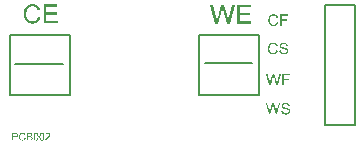
<source format=gbr>
%TF.GenerationSoftware,Altium Limited,Altium Designer,21.2.2 (38)*%
G04 Layer_Color=65535*
%FSLAX45Y45*%
%MOMM*%
%TF.SameCoordinates,B99934B0-A272-4072-8E61-E06CCB3B2E9A*%
%TF.FilePolarity,Positive*%
%TF.FileFunction,Legend,Top*%
%TF.Part,Single*%
G01*
G75*
%TA.AperFunction,NonConductor*%
%ADD14C,0.20000*%
G36*
X228162Y176106D02*
X228994Y176014D01*
X230011Y175921D01*
X231028Y175829D01*
X232230Y175551D01*
X234726Y174997D01*
X237500Y174164D01*
X238886Y173610D01*
X240181Y172963D01*
X241475Y172130D01*
X242770Y171298D01*
X242862Y171206D01*
X243047Y171113D01*
X243417Y170836D01*
X243879Y170374D01*
X244341Y169912D01*
X244989Y169264D01*
X245636Y168525D01*
X246375Y167785D01*
X247115Y166860D01*
X247855Y165751D01*
X248687Y164642D01*
X249426Y163440D01*
X250074Y162053D01*
X250813Y160666D01*
X251368Y159187D01*
X251923Y157522D01*
X243602Y155581D01*
Y155673D01*
X243509Y155858D01*
X243324Y156228D01*
X243139Y156690D01*
X242955Y157245D01*
X242677Y157985D01*
X241938Y159464D01*
X241013Y161128D01*
X239904Y162792D01*
X238517Y164364D01*
X237037Y165751D01*
X236852Y165936D01*
X236298Y166306D01*
X235373Y166768D01*
X234171Y167415D01*
X232599Y167970D01*
X230843Y168525D01*
X228716Y168895D01*
X226405Y168987D01*
X225665D01*
X225203Y168895D01*
X224556D01*
X223816Y168802D01*
X222059Y168525D01*
X220118Y168155D01*
X218084Y167508D01*
X215957Y166583D01*
X214016Y165381D01*
X213923D01*
X213831Y165196D01*
X213184Y164734D01*
X212352Y163994D01*
X211335Y162885D01*
X210133Y161498D01*
X209023Y159926D01*
X208006Y157985D01*
X207082Y155858D01*
Y155766D01*
X206989Y155581D01*
X206897Y155303D01*
X206804Y154841D01*
X206619Y154286D01*
X206434Y153639D01*
X206157Y152068D01*
X205787Y150218D01*
X205417Y148184D01*
X205233Y145965D01*
X205140Y143562D01*
Y143469D01*
Y143192D01*
Y142729D01*
Y142175D01*
X205233Y141528D01*
Y140695D01*
X205325Y139771D01*
X205417Y138754D01*
X205695Y136535D01*
X206157Y134131D01*
X206712Y131727D01*
X207451Y129323D01*
Y129231D01*
X207544Y129046D01*
X207729Y128769D01*
X207914Y128306D01*
X208468Y127197D01*
X209301Y125902D01*
X210318Y124423D01*
X211612Y122851D01*
X213091Y121465D01*
X214848Y120170D01*
X214940D01*
X215125Y120078D01*
X215403Y119893D01*
X215772Y119708D01*
X216235Y119523D01*
X216790Y119246D01*
X218084Y118691D01*
X219748Y118136D01*
X221597Y117674D01*
X223631Y117304D01*
X225758Y117212D01*
X226405D01*
X226960Y117304D01*
X227607D01*
X228254Y117397D01*
X229918Y117766D01*
X231860Y118229D01*
X233801Y118968D01*
X235835Y119985D01*
X236852Y120540D01*
X237777Y121280D01*
X237869Y121372D01*
X237962Y121465D01*
X238239Y121742D01*
X238609Y122019D01*
X238979Y122482D01*
X239441Y123036D01*
X239996Y123591D01*
X240458Y124331D01*
X241013Y125163D01*
X241660Y126087D01*
X242215Y127012D01*
X242770Y128121D01*
X243232Y129323D01*
X243694Y130618D01*
X244156Y132005D01*
X244526Y133484D01*
X253032Y131357D01*
Y131265D01*
X252940Y130895D01*
X252755Y130340D01*
X252478Y129601D01*
X252200Y128769D01*
X251830Y127752D01*
X251368Y126642D01*
X250813Y125440D01*
X249519Y122851D01*
X247855Y120263D01*
X246838Y118968D01*
X245821Y117674D01*
X244711Y116564D01*
X243417Y115455D01*
X243324Y115362D01*
X243139Y115178D01*
X242677Y114993D01*
X242215Y114623D01*
X241475Y114161D01*
X240736Y113698D01*
X239719Y113236D01*
X238702Y112774D01*
X237500Y112219D01*
X236205Y111757D01*
X234818Y111294D01*
X233339Y110832D01*
X231767Y110462D01*
X230103Y110277D01*
X228347Y110092D01*
X226497Y110000D01*
X225480D01*
X224741Y110092D01*
X223909D01*
X222892Y110185D01*
X221782Y110370D01*
X220488Y110555D01*
X217807Y111017D01*
X215033Y111757D01*
X212259Y112774D01*
X210965Y113421D01*
X209670Y114161D01*
X209578Y114253D01*
X209393Y114345D01*
X209023Y114623D01*
X208653Y114993D01*
X208099Y115362D01*
X207451Y115917D01*
X206712Y116564D01*
X205972Y117304D01*
X205233Y118136D01*
X204400Y118968D01*
X202736Y121095D01*
X201164Y123591D01*
X199778Y126365D01*
Y126457D01*
X199593Y126735D01*
X199500Y127197D01*
X199223Y127752D01*
X199038Y128491D01*
X198761Y129416D01*
X198391Y130433D01*
X198113Y131542D01*
X197836Y132744D01*
X197466Y134131D01*
X197004Y136997D01*
X196634Y140233D01*
X196449Y143562D01*
Y143654D01*
Y144024D01*
Y144579D01*
X196542Y145226D01*
Y146150D01*
X196634Y147075D01*
X196727Y148277D01*
X196911Y149479D01*
X197374Y152160D01*
X198021Y155119D01*
X198946Y158077D01*
X200240Y160943D01*
X200332Y161036D01*
X200425Y161313D01*
X200610Y161683D01*
X200980Y162145D01*
X201349Y162792D01*
X201812Y163532D01*
X203014Y165196D01*
X204585Y167045D01*
X206434Y168895D01*
X208561Y170744D01*
X211057Y172315D01*
X211150Y172408D01*
X211427Y172500D01*
X211797Y172685D01*
X212259Y172963D01*
X212999Y173240D01*
X213738Y173517D01*
X214663Y173887D01*
X215680Y174257D01*
X216790Y174627D01*
X217991Y174997D01*
X220580Y175551D01*
X223539Y176014D01*
X226590Y176199D01*
X227514D01*
X228162Y176106D01*
D02*
G37*
G36*
X442105Y175274D02*
X442844Y175182D01*
X443769Y175089D01*
X444786Y174904D01*
X445803Y174719D01*
X448207Y174072D01*
X450611Y173147D01*
X451813Y172593D01*
X453015Y171946D01*
X454124Y171113D01*
X455141Y170189D01*
X455234Y170096D01*
X455418Y170004D01*
X455603Y169634D01*
X455973Y169264D01*
X456435Y168802D01*
X456898Y168155D01*
X457360Y167508D01*
X457915Y166676D01*
X458839Y164919D01*
X459764Y162700D01*
X460134Y161590D01*
X460319Y160296D01*
X460504Y159002D01*
X460596Y157615D01*
Y157430D01*
Y156968D01*
X460504Y156228D01*
X460411Y155211D01*
X460226Y154102D01*
X459856Y152807D01*
X459487Y151420D01*
X458932Y150033D01*
X458839Y149849D01*
X458654Y149386D01*
X458285Y148647D01*
X457730Y147630D01*
X456990Y146520D01*
X456066Y145133D01*
X454956Y143746D01*
X453662Y142175D01*
X453477Y141990D01*
X453015Y141435D01*
X452552Y140973D01*
X452090Y140511D01*
X451535Y139956D01*
X450796Y139216D01*
X450056Y138476D01*
X449131Y137644D01*
X448207Y136720D01*
X447097Y135703D01*
X445895Y134686D01*
X444601Y133484D01*
X443122Y132282D01*
X441643Y130988D01*
X441550Y130895D01*
X441365Y130710D01*
X440995Y130433D01*
X440533Y130063D01*
X439978Y129508D01*
X439331Y128954D01*
X437852Y127752D01*
X436280Y126365D01*
X434801Y124978D01*
X433506Y123776D01*
X432952Y123314D01*
X432489Y122851D01*
X432397Y122759D01*
X432120Y122482D01*
X431750Y122112D01*
X431287Y121557D01*
X430825Y120910D01*
X430270Y120263D01*
X429161Y118691D01*
X460688D01*
Y111110D01*
X418251D01*
Y111202D01*
Y111572D01*
Y112127D01*
X418344Y112866D01*
X418436Y113698D01*
X418621Y114623D01*
X418806Y115547D01*
X419176Y116564D01*
Y116657D01*
X419268Y116749D01*
X419453Y117304D01*
X419823Y118136D01*
X420378Y119246D01*
X421117Y120540D01*
X422042Y122019D01*
X423059Y123499D01*
X424353Y125070D01*
Y125163D01*
X424538Y125255D01*
X425000Y125810D01*
X425833Y126642D01*
X427034Y127844D01*
X428421Y129231D01*
X430178Y130895D01*
X432304Y132744D01*
X434616Y134686D01*
X434708Y134778D01*
X435078Y135056D01*
X435633Y135518D01*
X436280Y136073D01*
X437112Y136812D01*
X438129Y137644D01*
X439146Y138569D01*
X440348Y139586D01*
X442660Y141805D01*
X444971Y144024D01*
X446080Y145133D01*
X447097Y146243D01*
X448022Y147260D01*
X448762Y148277D01*
Y148369D01*
X448947Y148462D01*
X449131Y148739D01*
X449316Y149109D01*
X449964Y150126D01*
X450703Y151328D01*
X451350Y152807D01*
X451998Y154379D01*
X452367Y156136D01*
X452552Y157800D01*
Y157892D01*
Y157985D01*
X452460Y158539D01*
X452367Y159464D01*
X452090Y160481D01*
X451720Y161775D01*
X451073Y163070D01*
X450241Y164364D01*
X449131Y165659D01*
X448947Y165843D01*
X448484Y166213D01*
X447837Y166676D01*
X446820Y167323D01*
X445526Y167877D01*
X444046Y168432D01*
X442290Y168802D01*
X440348Y168895D01*
X439793D01*
X439424Y168802D01*
X438314Y168710D01*
X437020Y168432D01*
X435633Y168062D01*
X434061Y167415D01*
X432582Y166583D01*
X431195Y165474D01*
X431010Y165289D01*
X430640Y164826D01*
X430085Y164087D01*
X429531Y162977D01*
X428884Y161683D01*
X428329Y160019D01*
X427959Y158170D01*
X427774Y156043D01*
X419730Y156875D01*
Y156968D01*
X419823Y157245D01*
Y157707D01*
X419915Y158355D01*
X420100Y159094D01*
X420285Y159926D01*
X420563Y160943D01*
X420840Y161960D01*
X421580Y164179D01*
X422689Y166398D01*
X423336Y167508D01*
X424168Y168617D01*
X425000Y169634D01*
X425925Y170559D01*
X426017Y170651D01*
X426202Y170744D01*
X426480Y171021D01*
X426942Y171298D01*
X427497Y171668D01*
X428144Y172038D01*
X428884Y172500D01*
X429808Y172963D01*
X430825Y173425D01*
X431935Y173887D01*
X433137Y174257D01*
X434431Y174627D01*
X435818Y174904D01*
X437297Y175182D01*
X438869Y175274D01*
X440533Y175366D01*
X441458D01*
X442105Y175274D01*
D02*
G37*
G36*
X288905Y174997D02*
X289645D01*
X291309Y174812D01*
X293158Y174627D01*
X295100Y174257D01*
X297041Y173795D01*
X298798Y173147D01*
X298890D01*
X298983Y173055D01*
X299538Y172778D01*
X300370Y172315D01*
X301294Y171668D01*
X302404Y170836D01*
X303606Y169819D01*
X304715Y168525D01*
X305732Y167138D01*
X305825Y166953D01*
X306102Y166398D01*
X306564Y165659D01*
X307027Y164549D01*
X307489Y163255D01*
X307951Y161868D01*
X308228Y160296D01*
X308321Y158724D01*
Y158539D01*
Y158077D01*
X308228Y157245D01*
X308044Y156228D01*
X307766Y155026D01*
X307304Y153732D01*
X306749Y152437D01*
X306010Y151050D01*
X305917Y150866D01*
X305640Y150496D01*
X305085Y149756D01*
X304345Y149016D01*
X303421Y148092D01*
X302311Y147075D01*
X300924Y146150D01*
X299353Y145226D01*
X299445D01*
X299630Y145133D01*
X299907Y145041D01*
X300277Y144856D01*
X301387Y144486D01*
X302681Y143839D01*
X304068Y143007D01*
X305640Y141990D01*
X307027Y140788D01*
X308321Y139309D01*
X308413Y139124D01*
X308783Y138569D01*
X309338Y137737D01*
X309893Y136627D01*
X310447Y135148D01*
X311002Y133576D01*
X311372Y131727D01*
X311464Y129693D01*
Y129601D01*
Y129508D01*
Y128954D01*
X311372Y128029D01*
X311187Y126919D01*
X311002Y125625D01*
X310632Y124238D01*
X310170Y122759D01*
X309523Y121280D01*
X309430Y121095D01*
X309153Y120632D01*
X308783Y119985D01*
X308228Y119061D01*
X307489Y118136D01*
X306749Y117119D01*
X305825Y116102D01*
X304808Y115270D01*
X304715Y115178D01*
X304345Y114900D01*
X303698Y114530D01*
X302866Y114161D01*
X301849Y113606D01*
X300647Y113051D01*
X299353Y112589D01*
X297781Y112127D01*
X297596D01*
X297041Y111942D01*
X296117Y111849D01*
X294915Y111664D01*
X293436Y111479D01*
X291679Y111294D01*
X289737Y111202D01*
X287518Y111110D01*
X263110D01*
Y175089D01*
X288258D01*
X288905Y174997D01*
D02*
G37*
G36*
X166956D02*
X168527Y174904D01*
X170192Y174812D01*
X171763Y174627D01*
X173150Y174442D01*
X173335D01*
X173982Y174257D01*
X174814Y174072D01*
X175924Y173795D01*
X177126Y173332D01*
X178420Y172778D01*
X179807Y172130D01*
X181009Y171391D01*
X181194Y171298D01*
X181564Y171021D01*
X182119Y170466D01*
X182858Y169819D01*
X183690Y168987D01*
X184522Y167877D01*
X185447Y166676D01*
X186187Y165289D01*
X186279Y165104D01*
X186464Y164642D01*
X186834Y163809D01*
X187204Y162700D01*
X187481Y161406D01*
X187851Y159926D01*
X188036Y158262D01*
X188128Y156505D01*
Y156413D01*
Y156136D01*
Y155766D01*
X188036Y155119D01*
X187943Y154471D01*
X187851Y153639D01*
X187666Y152715D01*
X187481Y151698D01*
X186834Y149571D01*
X186464Y148462D01*
X185909Y147260D01*
X185262Y146058D01*
X184615Y144948D01*
X183783Y143839D01*
X182858Y142729D01*
X182766Y142637D01*
X182581Y142452D01*
X182303Y142175D01*
X181841Y141897D01*
X181286Y141435D01*
X180547Y140973D01*
X179622Y140418D01*
X178605Y139956D01*
X177403Y139401D01*
X176016Y138846D01*
X174537Y138384D01*
X172780Y138014D01*
X170931Y137644D01*
X168897Y137367D01*
X166586Y137182D01*
X164182Y137090D01*
X147817D01*
Y111110D01*
X139311D01*
Y175089D01*
X165569D01*
X166956Y174997D01*
D02*
G37*
G36*
X392363Y175274D02*
X393565Y175089D01*
X394952Y174812D01*
X396432Y174442D01*
X398003Y173980D01*
X399483Y173240D01*
X399575D01*
X399667Y173147D01*
X400130Y172870D01*
X400869Y172408D01*
X401794Y171761D01*
X402811Y170836D01*
X403920Y169819D01*
X404937Y168617D01*
X405954Y167230D01*
X406047Y167045D01*
X406417Y166583D01*
X406787Y165751D01*
X407434Y164549D01*
X407989Y163162D01*
X408728Y161590D01*
X409375Y159741D01*
X409930Y157707D01*
Y157615D01*
X410023Y157430D01*
X410115Y157153D01*
X410207Y156690D01*
X410300Y156136D01*
X410392Y155488D01*
X410577Y154656D01*
X410670Y153732D01*
X410855Y152715D01*
X410947Y151605D01*
X411040Y150311D01*
X411224Y149016D01*
X411317Y147537D01*
Y146058D01*
X411409Y144394D01*
Y142637D01*
Y142545D01*
Y142175D01*
Y141528D01*
Y140788D01*
X411317Y139771D01*
Y138661D01*
X411224Y137459D01*
X411132Y136165D01*
X410855Y133206D01*
X410392Y130155D01*
X409838Y127197D01*
X409468Y125810D01*
X409006Y124423D01*
Y124331D01*
X408913Y124146D01*
X408728Y123776D01*
X408543Y123314D01*
X408358Y122667D01*
X407989Y122019D01*
X407249Y120448D01*
X406324Y118783D01*
X405122Y116934D01*
X403736Y115270D01*
X402071Y113698D01*
X401979D01*
X401886Y113513D01*
X401609Y113328D01*
X401239Y113144D01*
X400777Y112866D01*
X400315Y112496D01*
X398928Y111849D01*
X397264Y111202D01*
X395322Y110555D01*
X393011Y110185D01*
X390514Y110000D01*
X389590D01*
X388943Y110092D01*
X388203Y110185D01*
X387278Y110370D01*
X386261Y110555D01*
X385152Y110832D01*
X384042Y111202D01*
X382840Y111572D01*
X381639Y112127D01*
X380437Y112774D01*
X379235Y113513D01*
X378033Y114438D01*
X376923Y115455D01*
X375906Y116564D01*
X375814Y116657D01*
X375629Y116934D01*
X375352Y117397D01*
X374889Y118136D01*
X374427Y118968D01*
X373965Y120078D01*
X373318Y121372D01*
X372763Y122851D01*
X372208Y124516D01*
X371653Y126457D01*
X371099Y128584D01*
X370636Y130988D01*
X370174Y133576D01*
X369897Y136350D01*
X369712Y139401D01*
X369619Y142637D01*
Y142729D01*
Y143099D01*
Y143746D01*
Y144486D01*
X369712Y145503D01*
Y146613D01*
X369804Y147815D01*
X369897Y149201D01*
X370174Y152068D01*
X370636Y155119D01*
X371191Y158170D01*
X371561Y159556D01*
X371931Y160943D01*
Y161036D01*
X372023Y161221D01*
X372208Y161590D01*
X372393Y162053D01*
X372578Y162700D01*
X372948Y163347D01*
X373687Y164919D01*
X374612Y166583D01*
X375814Y168340D01*
X377201Y170096D01*
X378865Y171576D01*
X378957D01*
X379050Y171761D01*
X379327Y171946D01*
X379697Y172130D01*
X380159Y172500D01*
X380714Y172778D01*
X382101Y173517D01*
X383765Y174164D01*
X385707Y174812D01*
X388018Y175182D01*
X390514Y175366D01*
X391346D01*
X392363Y175274D01*
D02*
G37*
G36*
X342622D02*
X343824Y175089D01*
X345211Y174812D01*
X346690Y174442D01*
X348262Y173980D01*
X349741Y173240D01*
X349834D01*
X349926Y173147D01*
X350388Y172870D01*
X351128Y172408D01*
X352053Y171761D01*
X353070Y170836D01*
X354179Y169819D01*
X355196Y168617D01*
X356213Y167230D01*
X356306Y167045D01*
X356675Y166583D01*
X357045Y165751D01*
X357692Y164549D01*
X358247Y163162D01*
X358987Y161590D01*
X359634Y159741D01*
X360189Y157707D01*
Y157615D01*
X360281Y157430D01*
X360374Y157153D01*
X360466Y156690D01*
X360559Y156136D01*
X360651Y155488D01*
X360836Y154656D01*
X360928Y153732D01*
X361113Y152715D01*
X361206Y151605D01*
X361298Y150311D01*
X361483Y149016D01*
X361576Y147537D01*
Y146058D01*
X361668Y144394D01*
Y142637D01*
Y142545D01*
Y142175D01*
Y141528D01*
Y140788D01*
X361576Y139771D01*
Y138661D01*
X361483Y137459D01*
X361391Y136165D01*
X361113Y133206D01*
X360651Y130155D01*
X360096Y127197D01*
X359726Y125810D01*
X359264Y124423D01*
Y124331D01*
X359172Y124146D01*
X358987Y123776D01*
X358802Y123314D01*
X358617Y122667D01*
X358247Y122019D01*
X357508Y120448D01*
X356583Y118783D01*
X355381Y116934D01*
X353994Y115270D01*
X352330Y113698D01*
X352238D01*
X352145Y113513D01*
X351868Y113328D01*
X351498Y113144D01*
X351036Y112866D01*
X350573Y112496D01*
X349187Y111849D01*
X347522Y111202D01*
X345581Y110555D01*
X343269Y110185D01*
X340773Y110000D01*
X339848D01*
X339201Y110092D01*
X338462Y110185D01*
X337537Y110370D01*
X336520Y110555D01*
X335411Y110832D01*
X334301Y111202D01*
X333099Y111572D01*
X331897Y112127D01*
X330695Y112774D01*
X329493Y113513D01*
X328291Y114438D01*
X327182Y115455D01*
X326165Y116564D01*
X326072Y116657D01*
X325888Y116934D01*
X325610Y117397D01*
X325148Y118136D01*
X324686Y118968D01*
X324223Y120078D01*
X323576Y121372D01*
X323021Y122851D01*
X322467Y124516D01*
X321912Y126457D01*
X321357Y128584D01*
X320895Y130988D01*
X320433Y133576D01*
X320155Y136350D01*
X319970Y139401D01*
X319878Y142637D01*
Y142729D01*
Y143099D01*
Y143746D01*
Y144486D01*
X319970Y145503D01*
Y146613D01*
X320063Y147815D01*
X320155Y149201D01*
X320433Y152068D01*
X320895Y155119D01*
X321450Y158170D01*
X321820Y159556D01*
X322189Y160943D01*
Y161036D01*
X322282Y161221D01*
X322467Y161590D01*
X322652Y162053D01*
X322837Y162700D01*
X323206Y163347D01*
X323946Y164919D01*
X324871Y166583D01*
X326072Y168340D01*
X327459Y170096D01*
X329124Y171576D01*
X329216D01*
X329308Y171761D01*
X329586Y171946D01*
X329956Y172130D01*
X330418Y172500D01*
X330973Y172778D01*
X332360Y173517D01*
X334024Y174164D01*
X335965Y174812D01*
X338277Y175182D01*
X340773Y175366D01*
X341605D01*
X342622Y175274D01*
D02*
G37*
G36*
X2354566Y1179159D02*
X2355814Y1179021D01*
X2357340Y1178882D01*
X2358865Y1178743D01*
X2360668Y1178327D01*
X2364413Y1177495D01*
X2368573Y1176247D01*
X2370654Y1175415D01*
X2372595Y1174444D01*
X2374537Y1173196D01*
X2376478Y1171948D01*
X2376617Y1171809D01*
X2376894Y1171670D01*
X2377449Y1171254D01*
X2378143Y1170561D01*
X2378836Y1169867D01*
X2379807Y1168897D01*
X2380778Y1167787D01*
X2381887Y1166678D01*
X2382997Y1165291D01*
X2384106Y1163627D01*
X2385354Y1161962D01*
X2386464Y1160159D01*
X2387434Y1158079D01*
X2388544Y1155999D01*
X2389376Y1153780D01*
X2390208Y1151284D01*
X2377727Y1148371D01*
Y1148510D01*
X2377588Y1148787D01*
X2377310Y1149342D01*
X2377033Y1150036D01*
X2376756Y1150868D01*
X2376340Y1151977D01*
X2375230Y1154196D01*
X2373843Y1156692D01*
X2372179Y1159189D01*
X2370099Y1161546D01*
X2367880Y1163627D01*
X2367603Y1163904D01*
X2366770Y1164459D01*
X2365384Y1165152D01*
X2363581Y1166123D01*
X2361223Y1166955D01*
X2358588Y1167787D01*
X2355398Y1168342D01*
X2351931Y1168481D01*
X2350822D01*
X2350128Y1168342D01*
X2349158D01*
X2348048Y1168203D01*
X2345413Y1167787D01*
X2342501Y1167232D01*
X2339450Y1166262D01*
X2336260Y1164875D01*
X2333348Y1163072D01*
X2333209D01*
X2333070Y1162794D01*
X2332099Y1162101D01*
X2330851Y1160992D01*
X2329326Y1159327D01*
X2327523Y1157247D01*
X2325859Y1154889D01*
X2324333Y1151977D01*
X2322946Y1148787D01*
Y1148649D01*
X2322808Y1148371D01*
X2322669Y1147955D01*
X2322530Y1147262D01*
X2322253Y1146430D01*
X2321976Y1145459D01*
X2321559Y1143101D01*
X2321005Y1140328D01*
X2320450Y1137277D01*
X2320173Y1133948D01*
X2320034Y1130342D01*
Y1130204D01*
Y1129788D01*
Y1129094D01*
Y1128262D01*
X2320173Y1127291D01*
Y1126043D01*
X2320311Y1124656D01*
X2320450Y1123131D01*
X2320866Y1119802D01*
X2321559Y1116197D01*
X2322392Y1112591D01*
X2323501Y1108985D01*
Y1108846D01*
X2323640Y1108569D01*
X2323917Y1108153D01*
X2324194Y1107460D01*
X2325027Y1105795D01*
X2326275Y1103854D01*
X2327800Y1101635D01*
X2329742Y1099277D01*
X2331961Y1097197D01*
X2334596Y1095255D01*
X2334734D01*
X2335012Y1095117D01*
X2335428Y1094839D01*
X2335983Y1094562D01*
X2336676Y1094285D01*
X2337508Y1093869D01*
X2339450Y1093036D01*
X2341946Y1092204D01*
X2344720Y1091511D01*
X2347771Y1090956D01*
X2350961Y1090817D01*
X2351931D01*
X2352763Y1090956D01*
X2353734D01*
X2354705Y1091095D01*
X2357201Y1091650D01*
X2360114Y1092343D01*
X2363026Y1093452D01*
X2366077Y1094978D01*
X2367603Y1095810D01*
X2368989Y1096920D01*
X2369128Y1097058D01*
X2369267Y1097197D01*
X2369683Y1097613D01*
X2370238Y1098029D01*
X2370792Y1098722D01*
X2371486Y1099555D01*
X2372318Y1100387D01*
X2373011Y1101496D01*
X2373843Y1102744D01*
X2374814Y1104131D01*
X2375646Y1105518D01*
X2376478Y1107182D01*
X2377172Y1108985D01*
X2377865Y1110927D01*
X2378559Y1113007D01*
X2379113Y1115226D01*
X2391872Y1112036D01*
Y1111897D01*
X2391734Y1111343D01*
X2391456Y1110511D01*
X2391040Y1109401D01*
X2390624Y1108153D01*
X2390069Y1106627D01*
X2389376Y1104963D01*
X2388544Y1103160D01*
X2386602Y1099277D01*
X2384106Y1095394D01*
X2382580Y1093452D01*
X2381055Y1091511D01*
X2379391Y1089847D01*
X2377449Y1088182D01*
X2377310Y1088044D01*
X2377033Y1087766D01*
X2376340Y1087489D01*
X2375646Y1086934D01*
X2374537Y1086241D01*
X2373427Y1085547D01*
X2371902Y1084854D01*
X2370376Y1084161D01*
X2368573Y1083329D01*
X2366632Y1082635D01*
X2364552Y1081942D01*
X2362333Y1081248D01*
X2359975Y1080694D01*
X2357479Y1080416D01*
X2354844Y1080139D01*
X2352070Y1080000D01*
X2350544D01*
X2349435Y1080139D01*
X2348187D01*
X2346661Y1080277D01*
X2344997Y1080555D01*
X2343056Y1080832D01*
X2339034Y1081526D01*
X2334873Y1082635D01*
X2330713Y1084161D01*
X2328771Y1085131D01*
X2326829Y1086241D01*
X2326691Y1086380D01*
X2326413Y1086518D01*
X2325859Y1086934D01*
X2325304Y1087489D01*
X2324472Y1088044D01*
X2323501Y1088876D01*
X2322392Y1089847D01*
X2321282Y1090956D01*
X2320173Y1092204D01*
X2318924Y1093452D01*
X2316428Y1096642D01*
X2314071Y1100387D01*
X2311990Y1104547D01*
Y1104686D01*
X2311713Y1105102D01*
X2311574Y1105795D01*
X2311158Y1106627D01*
X2310881Y1107737D01*
X2310465Y1109124D01*
X2309910Y1110649D01*
X2309494Y1112313D01*
X2309078Y1114116D01*
X2308523Y1116197D01*
X2307830Y1120496D01*
X2307275Y1125350D01*
X2306998Y1130342D01*
Y1130481D01*
Y1131036D01*
Y1131868D01*
X2307136Y1132839D01*
Y1134226D01*
X2307275Y1135612D01*
X2307414Y1137415D01*
X2307691Y1139218D01*
X2308385Y1143240D01*
X2309355Y1147678D01*
X2310742Y1152116D01*
X2312684Y1156415D01*
X2312822Y1156554D01*
X2312961Y1156970D01*
X2313238Y1157524D01*
X2313793Y1158218D01*
X2314348Y1159189D01*
X2315041Y1160298D01*
X2316844Y1162794D01*
X2319202Y1165568D01*
X2321976Y1168342D01*
X2325165Y1171116D01*
X2328910Y1173473D01*
X2329048Y1173612D01*
X2329464Y1173751D01*
X2330019Y1174028D01*
X2330713Y1174444D01*
X2331822Y1174860D01*
X2332932Y1175276D01*
X2334318Y1175831D01*
X2335844Y1176386D01*
X2337508Y1176940D01*
X2339311Y1177495D01*
X2343194Y1178327D01*
X2347632Y1179021D01*
X2352209Y1179298D01*
X2353595D01*
X2354566Y1179159D01*
D02*
G37*
G36*
X2473002Y1166262D02*
X2420857D01*
Y1136583D01*
X2465930D01*
Y1125211D01*
X2420857D01*
Y1081664D01*
X2408098D01*
Y1177634D01*
X2473002D01*
Y1166262D01*
D02*
G37*
G36*
X2440065Y939159D02*
X2441036D01*
X2443671Y938882D01*
X2446583Y938466D01*
X2449634Y937772D01*
X2452963Y936940D01*
X2456014Y935831D01*
X2456152D01*
X2456430Y935692D01*
X2456846Y935415D01*
X2457400Y935137D01*
X2458787Y934444D01*
X2460590Y933196D01*
X2462670Y931809D01*
X2464751Y930006D01*
X2466692Y927926D01*
X2468495Y925568D01*
Y925429D01*
X2468634Y925291D01*
X2468911Y924875D01*
X2469189Y924459D01*
X2469882Y923072D01*
X2470714Y921269D01*
X2471685Y919050D01*
X2472378Y916415D01*
X2473072Y913641D01*
X2473349Y910590D01*
X2461145Y909619D01*
Y909758D01*
Y910036D01*
X2461006Y910452D01*
X2460868Y911145D01*
X2460452Y912671D01*
X2459897Y914751D01*
X2459065Y916970D01*
X2457817Y919189D01*
X2456291Y921269D01*
X2454349Y923210D01*
X2454072Y923349D01*
X2453379Y923904D01*
X2451992Y924736D01*
X2450189Y925568D01*
X2447831Y926400D01*
X2445058Y927232D01*
X2441590Y927787D01*
X2437707Y927926D01*
X2435766D01*
X2434934Y927787D01*
X2433824Y927648D01*
X2431328Y927371D01*
X2428554Y926816D01*
X2425781Y926123D01*
X2423146Y925013D01*
X2422036Y924320D01*
X2420927Y923627D01*
X2420649Y923488D01*
X2420094Y922933D01*
X2419262Y921962D01*
X2418430Y920853D01*
X2417459Y919327D01*
X2416627Y917663D01*
X2416073Y915722D01*
X2415795Y913503D01*
Y913225D01*
Y912671D01*
X2415934Y911700D01*
X2416211Y910590D01*
X2416627Y909203D01*
X2417321Y907817D01*
X2418153Y906430D01*
X2419401Y905043D01*
X2419540Y904904D01*
X2420233Y904488D01*
X2420788Y904072D01*
X2421343Y903795D01*
X2422175Y903379D01*
X2423146Y902824D01*
X2424394Y902408D01*
X2425781Y901853D01*
X2427306Y901298D01*
X2429109Y900605D01*
X2431051Y900050D01*
X2433269Y899357D01*
X2435766Y898802D01*
X2438539Y898109D01*
X2438678D01*
X2439233Y897970D01*
X2440065Y897831D01*
X2441036Y897554D01*
X2442284Y897277D01*
X2443809Y896861D01*
X2445335Y896444D01*
X2446999Y896028D01*
X2450605Y895058D01*
X2454072Y894087D01*
X2455736Y893532D01*
X2457262Y892977D01*
X2458649Y892561D01*
X2459758Y892007D01*
X2459897D01*
X2460174Y891868D01*
X2460590Y891591D01*
X2461145Y891313D01*
X2462670Y890481D01*
X2464473Y889372D01*
X2466554Y887846D01*
X2468634Y886182D01*
X2470575Y884240D01*
X2472240Y882160D01*
X2472378Y881883D01*
X2472933Y881189D01*
X2473488Y879941D01*
X2474320Y878277D01*
X2475013Y876335D01*
X2475707Y873978D01*
X2476123Y871343D01*
X2476261Y868569D01*
Y868430D01*
Y868292D01*
Y867876D01*
Y867321D01*
X2475984Y865795D01*
X2475707Y863854D01*
X2475152Y861635D01*
X2474459Y859277D01*
X2473349Y856781D01*
X2471824Y854146D01*
Y854007D01*
X2471685Y853868D01*
X2470992Y853036D01*
X2470021Y851788D01*
X2468634Y850401D01*
X2466831Y848737D01*
X2464612Y846934D01*
X2462116Y845270D01*
X2459203Y843745D01*
X2459065D01*
X2458787Y843606D01*
X2458371Y843467D01*
X2457817Y843190D01*
X2456984Y842912D01*
X2456014Y842496D01*
X2453795Y841942D01*
X2451160Y841248D01*
X2447970Y840555D01*
X2444503Y840139D01*
X2440758Y840000D01*
X2438539D01*
X2437430Y840139D01*
X2436182D01*
X2434795Y840277D01*
X2433131Y840416D01*
X2429664Y840971D01*
X2426058Y841526D01*
X2422452Y842496D01*
X2418985Y843745D01*
X2418846D01*
X2418569Y843883D01*
X2418153Y844161D01*
X2417598Y844438D01*
X2415934Y845270D01*
X2413992Y846518D01*
X2411773Y848182D01*
X2409416Y850124D01*
X2407197Y852482D01*
X2405117Y855117D01*
Y855255D01*
X2404839Y855533D01*
X2404701Y855949D01*
X2404284Y856503D01*
X2404007Y857197D01*
X2403591Y858029D01*
X2402620Y860109D01*
X2401650Y862744D01*
X2400817Y865657D01*
X2400263Y868985D01*
X2399985Y872452D01*
X2411912Y873562D01*
Y873423D01*
Y873284D01*
X2412051Y872868D01*
Y872313D01*
X2412328Y871065D01*
X2412744Y869262D01*
X2413299Y867460D01*
X2413854Y865379D01*
X2414824Y863438D01*
X2415795Y861635D01*
X2415934Y861496D01*
X2416350Y860941D01*
X2417043Y859971D01*
X2418153Y859000D01*
X2419540Y857752D01*
X2421065Y856503D01*
X2423146Y855255D01*
X2425364Y854146D01*
X2425503D01*
X2425642Y854007D01*
X2426058Y853868D01*
X2426474Y853730D01*
X2427861Y853314D01*
X2429664Y852759D01*
X2431883Y852204D01*
X2434379Y851788D01*
X2437153Y851511D01*
X2440204Y851372D01*
X2441452D01*
X2442839Y851511D01*
X2444503Y851650D01*
X2446444Y851927D01*
X2448663Y852204D01*
X2450882Y852759D01*
X2452963Y853452D01*
X2453240Y853591D01*
X2453933Y853868D01*
X2454904Y854423D01*
X2456152Y854978D01*
X2457400Y855949D01*
X2458787Y856920D01*
X2460174Y858029D01*
X2461284Y859416D01*
X2461422Y859555D01*
X2461700Y860109D01*
X2462116Y860803D01*
X2462670Y861912D01*
X2463225Y863022D01*
X2463641Y864408D01*
X2463919Y865934D01*
X2464057Y867598D01*
Y867737D01*
Y868430D01*
X2463919Y869262D01*
X2463780Y870372D01*
X2463364Y871481D01*
X2462948Y872868D01*
X2462254Y874255D01*
X2461284Y875503D01*
X2461145Y875642D01*
X2460729Y876058D01*
X2460174Y876613D01*
X2459203Y877445D01*
X2458094Y878277D01*
X2456568Y879248D01*
X2454765Y880218D01*
X2452685Y881051D01*
X2452547Y881189D01*
X2451853Y881328D01*
X2450744Y881744D01*
X2450050Y881883D01*
X2449079Y882160D01*
X2448109Y882576D01*
X2446860Y882853D01*
X2445474Y883270D01*
X2443809Y883686D01*
X2442145Y884102D01*
X2440204Y884656D01*
X2437985Y885211D01*
X2435627Y885766D01*
X2435488D01*
X2435072Y885905D01*
X2434379Y886043D01*
X2433547Y886321D01*
X2432437Y886598D01*
X2431189Y886875D01*
X2428416Y887707D01*
X2425364Y888678D01*
X2422175Y889649D01*
X2419401Y890620D01*
X2418153Y891174D01*
X2417043Y891729D01*
X2416905D01*
X2416766Y891868D01*
X2415934Y892423D01*
X2414686Y893116D01*
X2413299Y894226D01*
X2411635Y895474D01*
X2409971Y896999D01*
X2408306Y898802D01*
X2406919Y900744D01*
X2406781Y901021D01*
X2406365Y901714D01*
X2405810Y902824D01*
X2405255Y904211D01*
X2404701Y906014D01*
X2404146Y908094D01*
X2403730Y910313D01*
X2403591Y912671D01*
Y912809D01*
Y912948D01*
Y913364D01*
Y913919D01*
X2403868Y915306D01*
X2404146Y917108D01*
X2404562Y919189D01*
X2405255Y921546D01*
X2406226Y923904D01*
X2407613Y926262D01*
Y926400D01*
X2407752Y926539D01*
X2408445Y927371D01*
X2409416Y928480D01*
X2410664Y929867D01*
X2412328Y931393D01*
X2414408Y933057D01*
X2416905Y934583D01*
X2419678Y935969D01*
X2419817D01*
X2420094Y936108D01*
X2420511Y936247D01*
X2421065Y936524D01*
X2421759Y936802D01*
X2422729Y937079D01*
X2424810Y937634D01*
X2427445Y938188D01*
X2430496Y938743D01*
X2433686Y939159D01*
X2437291Y939298D01*
X2439094D01*
X2440065Y939159D01*
D02*
G37*
G36*
X2351307D02*
X2352555Y939020D01*
X2354081Y938882D01*
X2355606Y938743D01*
X2357409Y938327D01*
X2361154Y937495D01*
X2365314Y936247D01*
X2367395Y935415D01*
X2369336Y934444D01*
X2371278Y933196D01*
X2373219Y931948D01*
X2373358Y931809D01*
X2373635Y931670D01*
X2374190Y931254D01*
X2374883Y930561D01*
X2375577Y929867D01*
X2376548Y928897D01*
X2377518Y927787D01*
X2378628Y926678D01*
X2379737Y925291D01*
X2380847Y923627D01*
X2382095Y921962D01*
X2383205Y920159D01*
X2384175Y918079D01*
X2385285Y915999D01*
X2386117Y913780D01*
X2386949Y911284D01*
X2374467Y908371D01*
Y908510D01*
X2374329Y908787D01*
X2374051Y909342D01*
X2373774Y910036D01*
X2373497Y910868D01*
X2373081Y911977D01*
X2371971Y914196D01*
X2370584Y916692D01*
X2368920Y919189D01*
X2366840Y921546D01*
X2364621Y923627D01*
X2364344Y923904D01*
X2363511Y924459D01*
X2362125Y925152D01*
X2360322Y926123D01*
X2357964Y926955D01*
X2355329Y927787D01*
X2352139Y928342D01*
X2348672Y928480D01*
X2347563D01*
X2346869Y928342D01*
X2345899D01*
X2344789Y928203D01*
X2342154Y927787D01*
X2339242Y927232D01*
X2336191Y926262D01*
X2333001Y924875D01*
X2330089Y923072D01*
X2329950D01*
X2329811Y922794D01*
X2328840Y922101D01*
X2327592Y920992D01*
X2326067Y919327D01*
X2324264Y917247D01*
X2322600Y914889D01*
X2321074Y911977D01*
X2319687Y908787D01*
Y908649D01*
X2319549Y908371D01*
X2319410Y907955D01*
X2319271Y907262D01*
X2318994Y906430D01*
X2318716Y905459D01*
X2318300Y903101D01*
X2317746Y900328D01*
X2317191Y897277D01*
X2316914Y893948D01*
X2316775Y890342D01*
Y890204D01*
Y889788D01*
Y889094D01*
Y888262D01*
X2316914Y887291D01*
Y886043D01*
X2317052Y884656D01*
X2317191Y883131D01*
X2317607Y879802D01*
X2318300Y876197D01*
X2319133Y872591D01*
X2320242Y868985D01*
Y868846D01*
X2320381Y868569D01*
X2320658Y868153D01*
X2320935Y867460D01*
X2321768Y865795D01*
X2323016Y863854D01*
X2324541Y861635D01*
X2326483Y859277D01*
X2328702Y857197D01*
X2331337Y855255D01*
X2331475D01*
X2331753Y855117D01*
X2332169Y854839D01*
X2332724Y854562D01*
X2333417Y854285D01*
X2334249Y853868D01*
X2336191Y853036D01*
X2338687Y852204D01*
X2341461Y851511D01*
X2344512Y850956D01*
X2347701Y850817D01*
X2348672D01*
X2349504Y850956D01*
X2350475D01*
X2351446Y851095D01*
X2353942Y851650D01*
X2356855Y852343D01*
X2359767Y853452D01*
X2362818Y854978D01*
X2364344Y855810D01*
X2365730Y856920D01*
X2365869Y857058D01*
X2366008Y857197D01*
X2366424Y857613D01*
X2366979Y858029D01*
X2367533Y858722D01*
X2368227Y859555D01*
X2369059Y860387D01*
X2369752Y861496D01*
X2370584Y862744D01*
X2371555Y864131D01*
X2372387Y865518D01*
X2373219Y867182D01*
X2373913Y868985D01*
X2374606Y870927D01*
X2375300Y873007D01*
X2375854Y875226D01*
X2388613Y872036D01*
Y871897D01*
X2388475Y871343D01*
X2388197Y870511D01*
X2387781Y869401D01*
X2387365Y868153D01*
X2386810Y866627D01*
X2386117Y864963D01*
X2385285Y863160D01*
X2383343Y859277D01*
X2380847Y855394D01*
X2379321Y853452D01*
X2377796Y851511D01*
X2376132Y849847D01*
X2374190Y848182D01*
X2374051Y848044D01*
X2373774Y847766D01*
X2373081Y847489D01*
X2372387Y846934D01*
X2371278Y846241D01*
X2370168Y845547D01*
X2368643Y844854D01*
X2367117Y844161D01*
X2365314Y843329D01*
X2363373Y842635D01*
X2361292Y841942D01*
X2359074Y841248D01*
X2356716Y840694D01*
X2354220Y840416D01*
X2351585Y840139D01*
X2348811Y840000D01*
X2347285D01*
X2346176Y840139D01*
X2344928D01*
X2343402Y840277D01*
X2341738Y840555D01*
X2339796Y840832D01*
X2335775Y841526D01*
X2331614Y842635D01*
X2327454Y844161D01*
X2325512Y845131D01*
X2323570Y846241D01*
X2323432Y846380D01*
X2323154Y846518D01*
X2322600Y846934D01*
X2322045Y847489D01*
X2321213Y848044D01*
X2320242Y848876D01*
X2319133Y849847D01*
X2318023Y850956D01*
X2316914Y852204D01*
X2315665Y853452D01*
X2313169Y856642D01*
X2310811Y860387D01*
X2308731Y864547D01*
Y864686D01*
X2308454Y865102D01*
X2308315Y865795D01*
X2307899Y866627D01*
X2307622Y867737D01*
X2307206Y869124D01*
X2306651Y870649D01*
X2306235Y872313D01*
X2305819Y874116D01*
X2305264Y876197D01*
X2304571Y880496D01*
X2304016Y885350D01*
X2303739Y890342D01*
Y890481D01*
Y891036D01*
Y891868D01*
X2303877Y892839D01*
Y894226D01*
X2304016Y895612D01*
X2304155Y897415D01*
X2304432Y899218D01*
X2305125Y903240D01*
X2306096Y907678D01*
X2307483Y912116D01*
X2309425Y916415D01*
X2309563Y916554D01*
X2309702Y916970D01*
X2309979Y917524D01*
X2310534Y918218D01*
X2311089Y919189D01*
X2311782Y920298D01*
X2313585Y922794D01*
X2315943Y925568D01*
X2318716Y928342D01*
X2321906Y931115D01*
X2325651Y933473D01*
X2325789Y933612D01*
X2326205Y933750D01*
X2326760Y934028D01*
X2327454Y934444D01*
X2328563Y934860D01*
X2329673Y935276D01*
X2331059Y935831D01*
X2332585Y936385D01*
X2334249Y936940D01*
X2336052Y937495D01*
X2339935Y938327D01*
X2344373Y939020D01*
X2348950Y939298D01*
X2350336D01*
X2351307Y939159D01*
D02*
G37*
G36*
X2457539Y429159D02*
X2458510D01*
X2461145Y428882D01*
X2464057Y428466D01*
X2467108Y427772D01*
X2470437Y426940D01*
X2473488Y425831D01*
X2473626D01*
X2473904Y425692D01*
X2474320Y425415D01*
X2474875Y425137D01*
X2476261Y424444D01*
X2478064Y423196D01*
X2480145Y421809D01*
X2482225Y420006D01*
X2484166Y417926D01*
X2485969Y415568D01*
Y415429D01*
X2486108Y415291D01*
X2486385Y414875D01*
X2486663Y414459D01*
X2487356Y413072D01*
X2488188Y411269D01*
X2489159Y409050D01*
X2489853Y406415D01*
X2490546Y403641D01*
X2490823Y400590D01*
X2478619Y399619D01*
Y399758D01*
Y400036D01*
X2478480Y400452D01*
X2478342Y401145D01*
X2477926Y402671D01*
X2477371Y404751D01*
X2476539Y406970D01*
X2475291Y409189D01*
X2473765Y411269D01*
X2471824Y413211D01*
X2471546Y413349D01*
X2470853Y413904D01*
X2469466Y414736D01*
X2467663Y415568D01*
X2465305Y416400D01*
X2462532Y417232D01*
X2459065Y417787D01*
X2455182Y417926D01*
X2453240D01*
X2452408Y417787D01*
X2451298Y417648D01*
X2448802Y417371D01*
X2446028Y416816D01*
X2443255Y416123D01*
X2440620Y415013D01*
X2439510Y414320D01*
X2438401Y413627D01*
X2438123Y413488D01*
X2437569Y412933D01*
X2436737Y411962D01*
X2435904Y410853D01*
X2434934Y409327D01*
X2434102Y407663D01*
X2433547Y405722D01*
X2433269Y403503D01*
Y403225D01*
Y402671D01*
X2433408Y401700D01*
X2433686Y400590D01*
X2434102Y399203D01*
X2434795Y397817D01*
X2435627Y396430D01*
X2436875Y395043D01*
X2437014Y394904D01*
X2437707Y394488D01*
X2438262Y394072D01*
X2438817Y393795D01*
X2439649Y393379D01*
X2440620Y392824D01*
X2441868Y392408D01*
X2443255Y391853D01*
X2444780Y391298D01*
X2446583Y390605D01*
X2448525Y390050D01*
X2450744Y389357D01*
X2453240Y388802D01*
X2456014Y388109D01*
X2456152D01*
X2456707Y387970D01*
X2457539Y387831D01*
X2458510Y387554D01*
X2459758Y387277D01*
X2461284Y386861D01*
X2462809Y386444D01*
X2464473Y386028D01*
X2468079Y385058D01*
X2471546Y384087D01*
X2473210Y383532D01*
X2474736Y382977D01*
X2476123Y382561D01*
X2477232Y382007D01*
X2477371D01*
X2477648Y381868D01*
X2478064Y381591D01*
X2478619Y381313D01*
X2480145Y380481D01*
X2481948Y379372D01*
X2484028Y377846D01*
X2486108Y376182D01*
X2488050Y374240D01*
X2489714Y372160D01*
X2489853Y371883D01*
X2490407Y371189D01*
X2490962Y369941D01*
X2491794Y368277D01*
X2492488Y366335D01*
X2493181Y363978D01*
X2493597Y361343D01*
X2493736Y358569D01*
Y358430D01*
Y358292D01*
Y357876D01*
Y357321D01*
X2493458Y355795D01*
X2493181Y353854D01*
X2492626Y351635D01*
X2491933Y349277D01*
X2490823Y346781D01*
X2489298Y344146D01*
Y344007D01*
X2489159Y343869D01*
X2488466Y343036D01*
X2487495Y341788D01*
X2486108Y340401D01*
X2484305Y338737D01*
X2482086Y336934D01*
X2479590Y335270D01*
X2476678Y333745D01*
X2476539D01*
X2476261Y333606D01*
X2475845Y333467D01*
X2475291Y333190D01*
X2474459Y332912D01*
X2473488Y332496D01*
X2471269Y331942D01*
X2468634Y331248D01*
X2465444Y330555D01*
X2461977Y330139D01*
X2458233Y330000D01*
X2456014D01*
X2454904Y330139D01*
X2453656D01*
X2452269Y330277D01*
X2450605Y330416D01*
X2447138Y330971D01*
X2443532Y331526D01*
X2439926Y332496D01*
X2436459Y333745D01*
X2436321D01*
X2436043Y333883D01*
X2435627Y334161D01*
X2435072Y334438D01*
X2433408Y335270D01*
X2431467Y336518D01*
X2429248Y338182D01*
X2426890Y340124D01*
X2424671Y342482D01*
X2422591Y345117D01*
Y345255D01*
X2422313Y345533D01*
X2422175Y345949D01*
X2421759Y346503D01*
X2421481Y347197D01*
X2421065Y348029D01*
X2420094Y350109D01*
X2419124Y352744D01*
X2418292Y355657D01*
X2417737Y358985D01*
X2417459Y362452D01*
X2429386Y363562D01*
Y363423D01*
Y363284D01*
X2429525Y362868D01*
Y362313D01*
X2429802Y361065D01*
X2430218Y359262D01*
X2430773Y357460D01*
X2431328Y355379D01*
X2432299Y353438D01*
X2433269Y351635D01*
X2433408Y351496D01*
X2433824Y350941D01*
X2434518Y349971D01*
X2435627Y349000D01*
X2437014Y347752D01*
X2438539Y346503D01*
X2440620Y345255D01*
X2442839Y344146D01*
X2442977D01*
X2443116Y344007D01*
X2443532Y343869D01*
X2443948Y343730D01*
X2445335Y343314D01*
X2447138Y342759D01*
X2449357Y342204D01*
X2451853Y341788D01*
X2454627Y341511D01*
X2457678Y341372D01*
X2458926D01*
X2460313Y341511D01*
X2461977Y341650D01*
X2463919Y341927D01*
X2466138Y342204D01*
X2468357Y342759D01*
X2470437Y343452D01*
X2470714Y343591D01*
X2471408Y343869D01*
X2472378Y344423D01*
X2473626Y344978D01*
X2474875Y345949D01*
X2476261Y346920D01*
X2477648Y348029D01*
X2478758Y349416D01*
X2478896Y349555D01*
X2479174Y350109D01*
X2479590Y350803D01*
X2480145Y351912D01*
X2480699Y353022D01*
X2481115Y354408D01*
X2481393Y355934D01*
X2481531Y357598D01*
Y357737D01*
Y358430D01*
X2481393Y359262D01*
X2481254Y360372D01*
X2480838Y361481D01*
X2480422Y362868D01*
X2479729Y364255D01*
X2478758Y365503D01*
X2478619Y365642D01*
X2478203Y366058D01*
X2477648Y366613D01*
X2476678Y367445D01*
X2475568Y368277D01*
X2474043Y369248D01*
X2472240Y370218D01*
X2470159Y371051D01*
X2470021Y371189D01*
X2469327Y371328D01*
X2468218Y371744D01*
X2467524Y371883D01*
X2466554Y372160D01*
X2465583Y372576D01*
X2464335Y372853D01*
X2462948Y373270D01*
X2461284Y373686D01*
X2459619Y374102D01*
X2457678Y374656D01*
X2455459Y375211D01*
X2453101Y375766D01*
X2452963D01*
X2452547Y375905D01*
X2451853Y376043D01*
X2451021Y376321D01*
X2449912Y376598D01*
X2448663Y376875D01*
X2445890Y377707D01*
X2442839Y378678D01*
X2439649Y379649D01*
X2436875Y380620D01*
X2435627Y381174D01*
X2434518Y381729D01*
X2434379D01*
X2434240Y381868D01*
X2433408Y382423D01*
X2432160Y383116D01*
X2430773Y384226D01*
X2429109Y385474D01*
X2427445Y386999D01*
X2425781Y388802D01*
X2424394Y390744D01*
X2424255Y391021D01*
X2423839Y391714D01*
X2423284Y392824D01*
X2422729Y394211D01*
X2422175Y396014D01*
X2421620Y398094D01*
X2421204Y400313D01*
X2421065Y402671D01*
Y402809D01*
Y402948D01*
Y403364D01*
Y403919D01*
X2421343Y405306D01*
X2421620Y407108D01*
X2422036Y409189D01*
X2422729Y411546D01*
X2423700Y413904D01*
X2425087Y416262D01*
Y416400D01*
X2425226Y416539D01*
X2425919Y417371D01*
X2426890Y418480D01*
X2428138Y419867D01*
X2429802Y421393D01*
X2431883Y423057D01*
X2434379Y424583D01*
X2437153Y425969D01*
X2437291D01*
X2437569Y426108D01*
X2437985Y426247D01*
X2438539Y426524D01*
X2439233Y426802D01*
X2440204Y427079D01*
X2442284Y427634D01*
X2444919Y428188D01*
X2447970Y428743D01*
X2451160Y429159D01*
X2454765Y429298D01*
X2456568D01*
X2457539Y429159D01*
D02*
G37*
G36*
X2383482Y331664D02*
X2371000D01*
X2350891Y404751D01*
Y404889D01*
X2350752Y405167D01*
X2350614Y405583D01*
X2350475Y406276D01*
X2350059Y407802D01*
X2349643Y409605D01*
X2349088Y411546D01*
X2348534Y413349D01*
X2348117Y414875D01*
X2347979Y415568D01*
X2347840Y415984D01*
Y415845D01*
X2347701Y415707D01*
X2347563Y414875D01*
X2347285Y413627D01*
X2346869Y412101D01*
X2346453Y410437D01*
X2345899Y408495D01*
X2345482Y406554D01*
X2344928Y404751D01*
X2324680Y331664D01*
X2311366D01*
X2286264Y427634D01*
X2299439D01*
X2313724Y364671D01*
Y364532D01*
X2313863Y364255D01*
X2314001Y363700D01*
X2314140Y363007D01*
X2314279Y362036D01*
X2314556Y361065D01*
X2314833Y359817D01*
X2315111Y358430D01*
X2315804Y355518D01*
X2316498Y352190D01*
X2317191Y348584D01*
X2317884Y344978D01*
Y345117D01*
X2318023Y345671D01*
X2318300Y346365D01*
X2318439Y347474D01*
X2318716Y348584D01*
X2319133Y349971D01*
X2319826Y353022D01*
X2320658Y356073D01*
X2320935Y357598D01*
X2321351Y358985D01*
X2321629Y360233D01*
X2321906Y361343D01*
X2322184Y362175D01*
X2322322Y362730D01*
X2340490Y427634D01*
X2355884D01*
X2369475Y378956D01*
Y378817D01*
X2369752Y378123D01*
X2370030Y377153D01*
X2370307Y375905D01*
X2370723Y374240D01*
X2371278Y372437D01*
X2371832Y370357D01*
X2372387Y368000D01*
X2373081Y365365D01*
X2373635Y362730D01*
X2374883Y357043D01*
X2376132Y351080D01*
X2377102Y344978D01*
Y345117D01*
X2377241Y345394D01*
Y345949D01*
X2377518Y346642D01*
X2377657Y347474D01*
X2377935Y348445D01*
X2378073Y349693D01*
X2378489Y351080D01*
X2379183Y354131D01*
X2380015Y357737D01*
X2380847Y361620D01*
X2381956Y365919D01*
X2396934Y427634D01*
X2409832D01*
X2383482Y331664D01*
D02*
G37*
G36*
X2386741Y580000D02*
X2374259D01*
X2354150Y653087D01*
Y653225D01*
X2354012Y653503D01*
X2353873Y653919D01*
X2353734Y654612D01*
X2353318Y656138D01*
X2352902Y657941D01*
X2352347Y659882D01*
X2351793Y661685D01*
X2351377Y663211D01*
X2351238Y663904D01*
X2351099Y664320D01*
Y664181D01*
X2350961Y664043D01*
X2350822Y663211D01*
X2350544Y661962D01*
X2350128Y660437D01*
X2349712Y658773D01*
X2349158Y656831D01*
X2348742Y654889D01*
X2348187Y653087D01*
X2327939Y580000D01*
X2314625D01*
X2289523Y675969D01*
X2302698D01*
X2316983Y613007D01*
Y612868D01*
X2317122Y612591D01*
X2317260Y612036D01*
X2317399Y611343D01*
X2317538Y610372D01*
X2317815Y609401D01*
X2318092Y608153D01*
X2318370Y606766D01*
X2319063Y603854D01*
X2319757Y600525D01*
X2320450Y596920D01*
X2321143Y593314D01*
Y593452D01*
X2321282Y594007D01*
X2321559Y594701D01*
X2321698Y595810D01*
X2321976Y596920D01*
X2322392Y598306D01*
X2323085Y601357D01*
X2323917Y604408D01*
X2324194Y605934D01*
X2324611Y607321D01*
X2324888Y608569D01*
X2325165Y609678D01*
X2325443Y610511D01*
X2325581Y611065D01*
X2343749Y675969D01*
X2359143D01*
X2372734Y627291D01*
Y627153D01*
X2373011Y626459D01*
X2373289Y625488D01*
X2373566Y624240D01*
X2373982Y622576D01*
X2374537Y620773D01*
X2375092Y618693D01*
X2375646Y616335D01*
X2376340Y613700D01*
X2376894Y611065D01*
X2378143Y605379D01*
X2379391Y599416D01*
X2380362Y593314D01*
Y593452D01*
X2380500Y593730D01*
Y594285D01*
X2380778Y594978D01*
X2380916Y595810D01*
X2381194Y596781D01*
X2381332Y598029D01*
X2381748Y599416D01*
X2382442Y602467D01*
X2383274Y606073D01*
X2384106Y609956D01*
X2385215Y614255D01*
X2400193Y675969D01*
X2413091D01*
X2386741Y580000D01*
D02*
G37*
G36*
X2490477Y664597D02*
X2438331D01*
Y634919D01*
X2483404D01*
Y623547D01*
X2438331D01*
Y580000D01*
X2425572D01*
Y675969D01*
X2490477D01*
Y664597D01*
D02*
G37*
G36*
X1979240Y1100000D02*
X1958415D01*
X1924863Y1221945D01*
Y1222176D01*
X1924631Y1222639D01*
X1924400Y1223333D01*
X1924169Y1224490D01*
X1923474Y1227035D01*
X1922780Y1230044D01*
X1921855Y1233283D01*
X1920929Y1236291D01*
X1920235Y1238836D01*
X1920004Y1239993D01*
X1919772Y1240688D01*
Y1240456D01*
X1919541Y1240225D01*
X1919309Y1238836D01*
X1918847Y1236754D01*
X1918152Y1234209D01*
X1917458Y1231432D01*
X1916533Y1228192D01*
X1915838Y1224953D01*
X1914913Y1221945D01*
X1881129Y1100000D01*
X1858916D01*
X1817033Y1260125D01*
X1839016D01*
X1862849Y1155072D01*
Y1154840D01*
X1863081Y1154378D01*
X1863312Y1153452D01*
X1863543Y1152295D01*
X1863775Y1150675D01*
X1864238Y1149056D01*
X1864700Y1146973D01*
X1865163Y1144659D01*
X1866320Y1139800D01*
X1867477Y1134246D01*
X1868634Y1128230D01*
X1869791Y1122214D01*
Y1122445D01*
X1870022Y1123371D01*
X1870485Y1124528D01*
X1870717Y1126379D01*
X1871179Y1128230D01*
X1871874Y1130544D01*
X1873031Y1135635D01*
X1874419Y1140725D01*
X1874882Y1143271D01*
X1875576Y1145585D01*
X1876039Y1147667D01*
X1876501Y1149518D01*
X1876964Y1150907D01*
X1877196Y1151832D01*
X1907508Y1260125D01*
X1933193D01*
X1955870Y1178905D01*
Y1178674D01*
X1956332Y1177517D01*
X1956795Y1175897D01*
X1957258Y1173815D01*
X1957952Y1171038D01*
X1958878Y1168030D01*
X1959803Y1164559D01*
X1960729Y1160625D01*
X1961886Y1156229D01*
X1962811Y1151832D01*
X1964894Y1142345D01*
X1966977Y1132395D01*
X1968596Y1122214D01*
Y1122445D01*
X1968828Y1122908D01*
Y1123834D01*
X1969290Y1124991D01*
X1969522Y1126379D01*
X1969985Y1127999D01*
X1970216Y1130081D01*
X1970910Y1132395D01*
X1972067Y1137486D01*
X1973456Y1143502D01*
X1974844Y1149981D01*
X1976695Y1157154D01*
X2001686Y1260125D01*
X2023205D01*
X1979240Y1100000D01*
D02*
G37*
G36*
X2159265Y1241150D02*
X2064625D01*
Y1192326D01*
X2153249D01*
Y1173352D01*
X2064625D01*
Y1118974D01*
X2162967D01*
Y1100000D01*
X2043337D01*
Y1260125D01*
X2159265D01*
Y1241150D01*
D02*
G37*
G36*
X315557Y1265447D02*
X317639Y1265215D01*
X320185Y1264984D01*
X322730Y1264753D01*
X325738Y1264058D01*
X331986Y1262670D01*
X338928Y1260588D01*
X342399Y1259199D01*
X345638Y1257579D01*
X348878Y1255497D01*
X352117Y1253414D01*
X352349Y1253183D01*
X352811Y1252952D01*
X353737Y1252257D01*
X354894Y1251100D01*
X356051Y1249943D01*
X357671Y1248324D01*
X359290Y1246472D01*
X361142Y1244621D01*
X362993Y1242307D01*
X364844Y1239531D01*
X366926Y1236754D01*
X368778Y1233746D01*
X370397Y1230275D01*
X372248Y1226804D01*
X373637Y1223102D01*
X375025Y1218937D01*
X354200Y1214077D01*
Y1214309D01*
X353968Y1214772D01*
X353506Y1215697D01*
X353043Y1216854D01*
X352580Y1218242D01*
X351886Y1220094D01*
X350035Y1223796D01*
X347721Y1227961D01*
X344944Y1232126D01*
X341473Y1236060D01*
X337771Y1239531D01*
X337308Y1239993D01*
X335920Y1240919D01*
X333606Y1242076D01*
X330598Y1243696D01*
X326664Y1245084D01*
X322267Y1246472D01*
X316945Y1247398D01*
X311160Y1247629D01*
X309309D01*
X308152Y1247398D01*
X306533D01*
X304681Y1247167D01*
X300285Y1246472D01*
X295426Y1245547D01*
X290335Y1243927D01*
X285013Y1241613D01*
X280154Y1238605D01*
X279922D01*
X279691Y1238142D01*
X278071Y1236985D01*
X275989Y1235134D01*
X273443Y1232357D01*
X270435Y1228887D01*
X267658Y1224953D01*
X265113Y1220094D01*
X262799Y1214772D01*
Y1214540D01*
X262568Y1214077D01*
X262336Y1213383D01*
X262105Y1212226D01*
X261642Y1210838D01*
X261179Y1209218D01*
X260485Y1205284D01*
X259560Y1200656D01*
X258634Y1195566D01*
X258171Y1190012D01*
X257940Y1183996D01*
Y1183765D01*
Y1183071D01*
Y1181914D01*
Y1180525D01*
X258171Y1178905D01*
Y1176823D01*
X258403Y1174509D01*
X258634Y1171964D01*
X259328Y1166410D01*
X260485Y1160394D01*
X261873Y1154378D01*
X263725Y1148361D01*
Y1148130D01*
X263956Y1147667D01*
X264419Y1146973D01*
X264882Y1145816D01*
X266270Y1143039D01*
X268353Y1139800D01*
X270898Y1136098D01*
X274137Y1132164D01*
X277840Y1128693D01*
X282236Y1125453D01*
X282468D01*
X282930Y1125222D01*
X283625Y1124759D01*
X284550Y1124296D01*
X285707Y1123834D01*
X287095Y1123139D01*
X290335Y1121751D01*
X294500Y1120363D01*
X299128Y1119206D01*
X304219Y1118280D01*
X309541Y1118049D01*
X311160D01*
X312549Y1118280D01*
X314169D01*
X315788Y1118512D01*
X319953Y1119437D01*
X324813Y1120594D01*
X329672Y1122445D01*
X334763Y1124991D01*
X337308Y1126379D01*
X339622Y1128230D01*
X339853Y1128462D01*
X340085Y1128693D01*
X340779Y1129387D01*
X341704Y1130081D01*
X342630Y1131238D01*
X343787Y1132627D01*
X345175Y1134015D01*
X346332Y1135866D01*
X347721Y1137949D01*
X349340Y1140263D01*
X350729Y1142577D01*
X352117Y1145353D01*
X353274Y1148361D01*
X354431Y1151601D01*
X355588Y1155072D01*
X356514Y1158774D01*
X377802Y1153452D01*
Y1153221D01*
X377570Y1152295D01*
X377108Y1150907D01*
X376414Y1149056D01*
X375719Y1146973D01*
X374794Y1144428D01*
X373637Y1141651D01*
X372248Y1138643D01*
X369009Y1132164D01*
X364844Y1125685D01*
X362298Y1122445D01*
X359753Y1119206D01*
X356976Y1116429D01*
X353737Y1113652D01*
X353506Y1113421D01*
X353043Y1112958D01*
X351886Y1112495D01*
X350729Y1111570D01*
X348878Y1110413D01*
X347026Y1109256D01*
X344481Y1108099D01*
X341936Y1106942D01*
X338928Y1105554D01*
X335688Y1104397D01*
X332217Y1103240D01*
X328515Y1102083D01*
X324581Y1101157D01*
X320416Y1100694D01*
X316020Y1100231D01*
X311392Y1100000D01*
X308846D01*
X306995Y1100231D01*
X304913D01*
X302367Y1100463D01*
X299591Y1100926D01*
X296351Y1101388D01*
X289641Y1102545D01*
X282699Y1104397D01*
X275757Y1106942D01*
X272518Y1108562D01*
X269278Y1110413D01*
X269047Y1110644D01*
X268584Y1110876D01*
X267658Y1111570D01*
X266733Y1112495D01*
X265344Y1113421D01*
X263725Y1114809D01*
X261873Y1116429D01*
X260022Y1118280D01*
X258171Y1120363D01*
X256089Y1122445D01*
X251924Y1127767D01*
X247990Y1134015D01*
X244519Y1140957D01*
Y1141188D01*
X244056Y1141882D01*
X243825Y1143039D01*
X243131Y1144428D01*
X242668Y1146279D01*
X241974Y1148593D01*
X241048Y1151138D01*
X240354Y1153915D01*
X239660Y1156923D01*
X238734Y1160394D01*
X237577Y1167567D01*
X236652Y1175666D01*
X236189Y1183996D01*
Y1184228D01*
Y1185153D01*
Y1186541D01*
X236420Y1188161D01*
Y1190475D01*
X236652Y1192789D01*
X236883Y1195797D01*
X237346Y1198805D01*
X238503Y1205516D01*
X240122Y1212920D01*
X242436Y1220325D01*
X245676Y1227498D01*
X245907Y1227730D01*
X246139Y1228424D01*
X246601Y1229349D01*
X247527Y1230506D01*
X248453Y1232126D01*
X249610Y1233977D01*
X252618Y1238142D01*
X256551Y1242770D01*
X261179Y1247398D01*
X266501Y1252026D01*
X272749Y1255960D01*
X272980Y1256191D01*
X273675Y1256422D01*
X274600Y1256885D01*
X275757Y1257579D01*
X277608Y1258274D01*
X279459Y1258968D01*
X281773Y1259893D01*
X284319Y1260819D01*
X287095Y1261744D01*
X290104Y1262670D01*
X296583Y1264058D01*
X303987Y1265215D01*
X311623Y1265678D01*
X313937D01*
X315557Y1265447D01*
D02*
G37*
G36*
X520109Y1243927D02*
X425469D01*
Y1195103D01*
X514093D01*
Y1176129D01*
X425469D01*
Y1121751D01*
X523812D01*
Y1102777D01*
X404181D01*
Y1262901D01*
X520109D01*
Y1243927D01*
D02*
G37*
%LPC*%
G36*
X286779Y167508D02*
X271616D01*
Y148277D01*
X287333D01*
X288535Y148369D01*
X289830Y148462D01*
X291124Y148554D01*
X292419Y148739D01*
X293436Y148924D01*
X293620Y149016D01*
X293990Y149109D01*
X294545Y149386D01*
X295285Y149756D01*
X296024Y150126D01*
X296856Y150681D01*
X297689Y151420D01*
X298336Y152160D01*
X298428Y152252D01*
X298613Y152530D01*
X298890Y153085D01*
X299168Y153732D01*
X299445Y154471D01*
X299723Y155396D01*
X299907Y156505D01*
X300000Y157707D01*
Y157892D01*
Y158262D01*
X299907Y158817D01*
X299815Y159556D01*
X299630Y160481D01*
X299353Y161406D01*
X298983Y162330D01*
X298428Y163255D01*
X298336Y163347D01*
X298151Y163625D01*
X297781Y164087D01*
X297319Y164549D01*
X296671Y165104D01*
X295932Y165659D01*
X295007Y166213D01*
X293990Y166583D01*
X293898D01*
X293436Y166768D01*
X292788Y166860D01*
X291771Y167045D01*
X290384Y167230D01*
X288813Y167323D01*
X286779Y167508D01*
D02*
G37*
G36*
X288443Y140695D02*
X271616D01*
Y118691D01*
X289830D01*
X291771Y118783D01*
X292603Y118876D01*
X293343Y118968D01*
X293436D01*
X293805Y119061D01*
X294360Y119153D01*
X295007Y119338D01*
X296579Y119893D01*
X298151Y120632D01*
X298243Y120725D01*
X298521Y120910D01*
X298890Y121187D01*
X299353Y121557D01*
X299815Y122112D01*
X300462Y122667D01*
X300924Y123406D01*
X301479Y124238D01*
X301572Y124331D01*
X301664Y124608D01*
X301849Y125163D01*
X302126Y125810D01*
X302404Y126550D01*
X302589Y127474D01*
X302681Y128584D01*
X302774Y129693D01*
Y129878D01*
Y130248D01*
X302681Y130988D01*
X302496Y131820D01*
X302311Y132744D01*
X301941Y133761D01*
X301479Y134778D01*
X300832Y135795D01*
X300740Y135888D01*
X300462Y136258D01*
X300092Y136720D01*
X299538Y137275D01*
X298798Y137922D01*
X297873Y138569D01*
X296856Y139124D01*
X295654Y139586D01*
X295470Y139678D01*
X295100Y139771D01*
X294268Y139956D01*
X293251Y140141D01*
X291956Y140326D01*
X290384Y140511D01*
X288443Y140695D01*
D02*
G37*
G36*
X166124Y167508D02*
X147817D01*
Y144671D01*
X165014D01*
X165661Y144763D01*
X166309D01*
X167048Y144856D01*
X168805Y145041D01*
X170746Y145411D01*
X172688Y145965D01*
X174445Y146705D01*
X175277Y147167D01*
X175924Y147722D01*
X176109Y147907D01*
X176479Y148277D01*
X177033Y149016D01*
X177681Y149941D01*
X178328Y151143D01*
X178883Y152622D01*
X179252Y154286D01*
X179437Y156228D01*
Y156320D01*
Y156413D01*
Y156875D01*
X179345Y157707D01*
X179160Y158632D01*
X178975Y159649D01*
X178605Y160851D01*
X178050Y161960D01*
X177403Y163070D01*
X177311Y163162D01*
X177033Y163532D01*
X176571Y163994D01*
X176016Y164642D01*
X175184Y165289D01*
X174260Y165843D01*
X173243Y166398D01*
X172041Y166860D01*
X171948D01*
X171579Y166953D01*
X171024Y167045D01*
X170284Y167230D01*
X169175Y167323D01*
X167788Y167415D01*
X166124Y167508D01*
D02*
G37*
G36*
X390422Y168895D02*
X389867D01*
X389497Y168802D01*
X388480Y168617D01*
X387278Y168340D01*
X385892Y167785D01*
X384412Y166953D01*
X383673Y166398D01*
X382933Y165843D01*
X382286Y165104D01*
X381639Y164272D01*
Y164179D01*
X381454Y163994D01*
X381269Y163625D01*
X380991Y163162D01*
X380714Y162423D01*
X380344Y161590D01*
X380067Y160573D01*
X379697Y159372D01*
X379327Y157985D01*
X378957Y156413D01*
X378588Y154656D01*
X378310Y152715D01*
X378033Y150496D01*
X377848Y148092D01*
X377755Y145503D01*
X377663Y142637D01*
Y142452D01*
Y141990D01*
Y141158D01*
X377755Y140048D01*
Y138846D01*
X377848Y137367D01*
X377940Y135795D01*
X378125Y134131D01*
X378588Y130525D01*
X378865Y128769D01*
X379235Y127104D01*
X379605Y125533D01*
X380159Y124053D01*
X380714Y122759D01*
X381361Y121649D01*
Y121557D01*
X381546Y121465D01*
X382008Y120817D01*
X382840Y119985D01*
X383858Y119061D01*
X385244Y118136D01*
X386816Y117304D01*
X388573Y116657D01*
X389497Y116564D01*
X390514Y116472D01*
X391069D01*
X391439Y116564D01*
X392363Y116749D01*
X393658Y117119D01*
X395045Y117766D01*
X396616Y118691D01*
X397356Y119246D01*
X398096Y119985D01*
X398835Y120725D01*
X399575Y121649D01*
Y121742D01*
X399760Y121927D01*
X399945Y122204D01*
X400130Y122667D01*
X400500Y123314D01*
X400777Y124146D01*
X401147Y125070D01*
X401517Y126180D01*
X401794Y127567D01*
X402164Y129046D01*
X402534Y130803D01*
X402811Y132652D01*
X402996Y134871D01*
X403181Y137182D01*
X403366Y139771D01*
Y142637D01*
Y142729D01*
Y142822D01*
Y143284D01*
Y144116D01*
X403273Y145226D01*
Y146428D01*
X403181Y147907D01*
X403088Y149479D01*
X402903Y151235D01*
X402441Y154749D01*
X402164Y156505D01*
X401794Y158170D01*
X401424Y159741D01*
X400869Y161221D01*
X400315Y162515D01*
X399667Y163625D01*
Y163717D01*
X399483Y163809D01*
X399298Y164087D01*
X399020Y164457D01*
X398188Y165289D01*
X397171Y166306D01*
X395784Y167230D01*
X394213Y168062D01*
X393380Y168432D01*
X392456Y168710D01*
X391439Y168802D01*
X390422Y168895D01*
D02*
G37*
G36*
X340681D02*
X340126D01*
X339756Y168802D01*
X338739Y168617D01*
X337537Y168340D01*
X336150Y167785D01*
X334671Y166953D01*
X333931Y166398D01*
X333192Y165843D01*
X332544Y165104D01*
X331897Y164272D01*
Y164179D01*
X331712Y163994D01*
X331527Y163625D01*
X331250Y163162D01*
X330973Y162423D01*
X330603Y161590D01*
X330325Y160573D01*
X329956Y159372D01*
X329586Y157985D01*
X329216Y156413D01*
X328846Y154656D01*
X328569Y152715D01*
X328291Y150496D01*
X328107Y148092D01*
X328014Y145503D01*
X327922Y142637D01*
Y142452D01*
Y141990D01*
Y141158D01*
X328014Y140048D01*
Y138846D01*
X328107Y137367D01*
X328199Y135795D01*
X328384Y134131D01*
X328846Y130525D01*
X329124Y128769D01*
X329493Y127104D01*
X329863Y125533D01*
X330418Y124053D01*
X330973Y122759D01*
X331620Y121649D01*
Y121557D01*
X331805Y121465D01*
X332267Y120817D01*
X333099Y119985D01*
X334116Y119061D01*
X335503Y118136D01*
X337075Y117304D01*
X338831Y116657D01*
X339756Y116564D01*
X340773Y116472D01*
X341328D01*
X341698Y116564D01*
X342622Y116749D01*
X343917Y117119D01*
X345303Y117766D01*
X346875Y118691D01*
X347615Y119246D01*
X348354Y119985D01*
X349094Y120725D01*
X349834Y121649D01*
Y121742D01*
X350019Y121927D01*
X350204Y122204D01*
X350388Y122667D01*
X350758Y123314D01*
X351036Y124146D01*
X351405Y125070D01*
X351775Y126180D01*
X352053Y127567D01*
X352422Y129046D01*
X352792Y130803D01*
X353070Y132652D01*
X353255Y134871D01*
X353439Y137182D01*
X353624Y139771D01*
Y142637D01*
Y142729D01*
Y142822D01*
Y143284D01*
Y144116D01*
X353532Y145226D01*
Y146428D01*
X353439Y147907D01*
X353347Y149479D01*
X353162Y151235D01*
X352700Y154749D01*
X352422Y156505D01*
X352053Y158170D01*
X351683Y159741D01*
X351128Y161221D01*
X350573Y162515D01*
X349926Y163625D01*
Y163717D01*
X349741Y163809D01*
X349556Y164087D01*
X349279Y164457D01*
X348447Y165289D01*
X347430Y166306D01*
X346043Y167230D01*
X344471Y168062D01*
X343639Y168432D01*
X342715Y168710D01*
X341698Y168802D01*
X340681Y168895D01*
D02*
G37*
%LPD*%
D14*
X1770000Y770000D02*
X2170000D01*
X160000Y760000D02*
X570000D01*
X2783000Y1261000D02*
X3037000D01*
Y245000D02*
Y1261000D01*
X2783000Y245000D02*
Y1261000D01*
Y245000D02*
X3037000D01*
X119000Y496000D02*
X627000D01*
Y1004000D01*
X119000Y496000D02*
Y1004000D01*
X627000D01*
X1719000Y496000D02*
X2227000D01*
Y1004000D01*
X1719000Y496000D02*
Y1004000D01*
X2227000D01*
%TF.MD5,0045b3e2c7f0a28d6eb65d7d4f616c50*%
M02*

</source>
